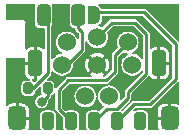
<source format=gbr>
%TF.GenerationSoftware,KiCad,Pcbnew,(6.0.1-0)*%
%TF.CreationDate,2022-07-02T14:58:06-04:00*%
%TF.ProjectId,Saturn 8pin mini DIN mod,53617475-726e-4203-9870-696e206d696e,rev?*%
%TF.SameCoordinates,Original*%
%TF.FileFunction,Copper,L1,Top*%
%TF.FilePolarity,Positive*%
%FSLAX46Y46*%
G04 Gerber Fmt 4.6, Leading zero omitted, Abs format (unit mm)*
G04 Created by KiCad (PCBNEW (6.0.1-0)) date 2022-07-02 14:58:06*
%MOMM*%
%LPD*%
G01*
G04 APERTURE LIST*
G04 Aperture macros list*
%AMRoundRect*
0 Rectangle with rounded corners*
0 $1 Rounding radius*
0 $2 $3 $4 $5 $6 $7 $8 $9 X,Y pos of 4 corners*
0 Add a 4 corners polygon primitive as box body*
4,1,4,$2,$3,$4,$5,$6,$7,$8,$9,$2,$3,0*
0 Add four circle primitives for the rounded corners*
1,1,$1+$1,$2,$3*
1,1,$1+$1,$4,$5*
1,1,$1+$1,$6,$7*
1,1,$1+$1,$8,$9*
0 Add four rect primitives between the rounded corners*
20,1,$1+$1,$2,$3,$4,$5,0*
20,1,$1+$1,$4,$5,$6,$7,0*
20,1,$1+$1,$6,$7,$8,$9,0*
20,1,$1+$1,$8,$9,$2,$3,0*%
%AMFreePoly0*
4,1,22,0.500000,-0.750000,0.000000,-0.750000,0.000000,-0.745033,-0.079941,-0.743568,-0.215256,-0.701293,-0.333266,-0.622738,-0.424486,-0.514219,-0.481581,-0.384460,-0.499164,-0.250000,-0.500000,-0.250000,-0.500000,0.250000,-0.499164,0.250000,-0.499963,0.256109,-0.478152,0.396186,-0.417904,0.524511,-0.324060,0.630769,-0.204165,0.706417,-0.067858,0.745374,0.000000,0.744959,0.000000,0.750000,
0.500000,0.750000,0.500000,-0.750000,0.500000,-0.750000,$1*%
%AMFreePoly1*
4,1,20,0.000000,0.744959,0.073905,0.744508,0.209726,0.703889,0.328688,0.626782,0.421226,0.519385,0.479903,0.390333,0.500000,0.250000,0.500000,-0.250000,0.499851,-0.262216,0.476331,-0.402017,0.414519,-0.529596,0.319384,-0.634700,0.198574,-0.708877,0.061801,-0.746166,0.000000,-0.745033,0.000000,-0.750000,-0.500000,-0.750000,-0.500000,0.750000,0.000000,0.750000,0.000000,0.744959,
0.000000,0.744959,$1*%
G04 Aperture macros list end*
%TA.AperFunction,SMDPad,CuDef*%
%ADD10RoundRect,0.250000X-0.250000X-0.500000X0.250000X-0.500000X0.250000X0.500000X-0.250000X0.500000X0*%
%TD*%
%TA.AperFunction,SMDPad,CuDef*%
%ADD11RoundRect,0.375000X-0.375000X-0.625000X0.375000X-0.625000X0.375000X0.625000X-0.375000X0.625000X0*%
%TD*%
%TA.AperFunction,ComponentPad*%
%ADD12C,1.524000*%
%TD*%
%TA.AperFunction,ComponentPad*%
%ADD13RoundRect,0.300000X-0.300000X-0.800000X0.300000X-0.800000X0.300000X0.800000X-0.300000X0.800000X0*%
%TD*%
%TA.AperFunction,SMDPad,CuDef*%
%ADD14RoundRect,0.250000X-0.325000X-0.650000X0.325000X-0.650000X0.325000X0.650000X-0.325000X0.650000X0*%
%TD*%
%TA.AperFunction,SMDPad,CuDef*%
%ADD15RoundRect,0.200000X0.200000X0.275000X-0.200000X0.275000X-0.200000X-0.275000X0.200000X-0.275000X0*%
%TD*%
%TA.AperFunction,SMDPad,CuDef*%
%ADD16FreePoly0,180.000000*%
%TD*%
%TA.AperFunction,SMDPad,CuDef*%
%ADD17FreePoly1,180.000000*%
%TD*%
%TA.AperFunction,ViaPad*%
%ADD18C,0.800000*%
%TD*%
%TA.AperFunction,Conductor*%
%ADD19C,0.250000*%
%TD*%
G04 APERTURE END LIST*
D10*
%TO.P,P1,5,R*%
%TO.N,/R*%
X146180000Y-112250000D03*
%TO.P,P1,6,G*%
%TO.N,/G*%
X148130000Y-112250000D03*
%TO.P,P1,8,CVBS*%
%TO.N,unconnected-(P1-Pad8)*%
X144230000Y-112250000D03*
%TO.P,P1,9,Luma*%
%TO.N,/Luma*%
X150080000Y-112250000D03*
%TO.P,P1,10,Chroma*%
%TO.N,unconnected-(P1-Pad10)*%
X152030000Y-112250000D03*
D11*
%TO.P,P1,11,GND_Shield*%
%TO.N,GND*%
X154530000Y-112010000D03*
X141620000Y-112000000D03*
%TD*%
D12*
%TO.P,P2,1,Audio_R*%
%TO.N,/Audio R*%
X147390000Y-110150000D03*
%TO.P,P2,2,Audio_L*%
%TO.N,/Audio L*%
X149390000Y-110150000D03*
%TO.P,P2,3,Sync*%
%TO.N,/Sync_Decoupled*%
X145410000Y-107480000D03*
%TO.P,P2,4,GND_Shield*%
%TO.N,GND*%
X148390000Y-107480000D03*
D13*
X153620000Y-107350000D03*
X143150000Y-107350000D03*
D12*
%TO.P,P2,5,+5V*%
%TO.N,/+5V*%
X151360000Y-107480000D03*
%TO.P,P2,6,B*%
%TO.N,/B*%
X145800000Y-105580000D03*
%TO.P,P2,7,G*%
%TO.N,/G*%
X148390000Y-105140000D03*
%TO.P,P2,8,R*%
%TO.N,/R*%
X150970000Y-105580000D03*
%TD*%
D14*
%TO.P,C1,1*%
%TO.N,Net-(C1-Pad1)*%
X143845000Y-103290000D03*
%TO.P,C1,2*%
%TO.N,/Sync_Decoupled*%
X146795000Y-103290000D03*
%TD*%
D15*
%TO.P,R1,1*%
%TO.N,/CSync*%
X144190000Y-109460000D03*
%TO.P,R1,2*%
%TO.N,Net-(C1-Pad1)*%
X142540000Y-109460000D03*
%TD*%
D16*
%TO.P,JP1,1,A*%
%TO.N,/Luma*%
X148140000Y-103280000D03*
D17*
%TO.P,JP1,2,B*%
%TO.N,/Sync_Decoupled*%
X146840000Y-103280000D03*
%TD*%
D18*
%TO.N,GND*%
X145860000Y-110230000D03*
%TO.N,/CSync*%
X143680000Y-110600000D03*
%TO.N,GND*%
X154550000Y-103520000D03*
X141610000Y-111990000D03*
X152350000Y-109860000D03*
X154540000Y-111980000D03*
X145320000Y-103280000D03*
%TD*%
D19*
%TO.N,/Luma*%
X150080000Y-112250000D02*
X151510000Y-110820000D01*
X151510000Y-110820000D02*
X152890000Y-110820000D01*
X152890000Y-110820000D02*
X155027338Y-108682662D01*
X155027338Y-105717338D02*
X152350000Y-103040000D01*
X155027338Y-108682662D02*
X155027338Y-105717338D01*
X152350000Y-103040000D02*
X148150000Y-103040000D01*
%TO.N,/CSync*%
X143680000Y-110600000D02*
X144190000Y-110090000D01*
X144190000Y-110090000D02*
X144190000Y-109460000D01*
%TO.N,/Sync_Decoupled*%
X146790000Y-103290000D02*
X146790000Y-104370000D01*
X145850000Y-107480000D02*
X145410000Y-107480000D01*
X146790000Y-104370000D02*
X147100000Y-104680000D01*
X147100000Y-104680000D02*
X147100000Y-106230000D01*
X147100000Y-106230000D02*
X145850000Y-107480000D01*
%TO.N,/G*%
X150083489Y-111196511D02*
X151000000Y-110280000D01*
X149183489Y-111196511D02*
X150083489Y-111196511D01*
X151000000Y-110280000D02*
X151000000Y-109781954D01*
X148130000Y-112250000D02*
X149183489Y-111196511D01*
X151000000Y-109781954D02*
X152560000Y-108221954D01*
X152560000Y-108221954D02*
X152560000Y-104890000D01*
X152560000Y-104890000D02*
X151570000Y-103900000D01*
X151570000Y-103900000D02*
X149630000Y-103900000D01*
X149630000Y-103900000D02*
X148390000Y-105140000D01*
%TO.N,/R*%
X145130000Y-111200000D02*
X145130000Y-109610000D01*
X149900000Y-108050000D02*
X149900000Y-106650000D01*
X145130000Y-109610000D02*
X145950000Y-108790000D01*
X145950000Y-108790000D02*
X149160000Y-108790000D01*
X149160000Y-108790000D02*
X149900000Y-108050000D01*
X146180000Y-112250000D02*
X145130000Y-111200000D01*
X149900000Y-106650000D02*
X150970000Y-105580000D01*
%TO.N,Net-(C1-Pad1)*%
X142559786Y-109460000D02*
X142966636Y-109460000D01*
X144220000Y-103670000D02*
X143840000Y-103290000D01*
X142966636Y-109460000D02*
X144220000Y-108206636D01*
X144220000Y-108206636D02*
X144220000Y-103670000D01*
%TD*%
%TA.AperFunction,Conductor*%
%TO.N,GND*%
G36*
X150600257Y-106425181D02*
G01*
X150683362Y-106462182D01*
X150687408Y-106463042D01*
X150687411Y-106463043D01*
X150868998Y-106501641D01*
X150869002Y-106501641D01*
X150873041Y-106502500D01*
X150915784Y-106502500D01*
X150966564Y-106520982D01*
X150993584Y-106567782D01*
X150984200Y-106621000D01*
X150947916Y-106653670D01*
X150899998Y-106675004D01*
X150899994Y-106675006D01*
X150896210Y-106676691D01*
X150892856Y-106679128D01*
X150892854Y-106679129D01*
X150876508Y-106691005D01*
X150739327Y-106790673D01*
X150736558Y-106793748D01*
X150736555Y-106793751D01*
X150676666Y-106860265D01*
X150609571Y-106934782D01*
X150512613Y-107102719D01*
X150452689Y-107287145D01*
X150452256Y-107291261D01*
X150452256Y-107291263D01*
X150432852Y-107475880D01*
X150432419Y-107480000D01*
X150432852Y-107484120D01*
X150452035Y-107666628D01*
X150452689Y-107672855D01*
X150512613Y-107857281D01*
X150609571Y-108025218D01*
X150617374Y-108033884D01*
X150736555Y-108166249D01*
X150736558Y-108166252D01*
X150739327Y-108169327D01*
X150896209Y-108283309D01*
X150899993Y-108284994D01*
X150899997Y-108284996D01*
X151069579Y-108360498D01*
X151069581Y-108360499D01*
X151073362Y-108362182D01*
X151077408Y-108363042D01*
X151077411Y-108363043D01*
X151258998Y-108401641D01*
X151259002Y-108401641D01*
X151263041Y-108402500D01*
X151456959Y-108402500D01*
X151460998Y-108401641D01*
X151461002Y-108401641D01*
X151642589Y-108363043D01*
X151642592Y-108363042D01*
X151646638Y-108362182D01*
X151650419Y-108360499D01*
X151650421Y-108360498D01*
X151820003Y-108284996D01*
X151820007Y-108284994D01*
X151823791Y-108283309D01*
X151980673Y-108169327D01*
X151983442Y-108166252D01*
X151983445Y-108166249D01*
X152102626Y-108033884D01*
X152110429Y-108025218D01*
X152127083Y-107996371D01*
X152168481Y-107961635D01*
X152222520Y-107961635D01*
X152263916Y-107996371D01*
X152274500Y-108035871D01*
X152274500Y-108070974D01*
X152256018Y-108121754D01*
X152251361Y-108126835D01*
X150834524Y-109543672D01*
X150830929Y-109546776D01*
X150826829Y-109548780D01*
X150821869Y-109554127D01*
X150794669Y-109583449D01*
X150792612Y-109585584D01*
X150779346Y-109598850D01*
X150777284Y-109601856D01*
X150775990Y-109603413D01*
X150773149Y-109606648D01*
X150754498Y-109626754D01*
X150751795Y-109633530D01*
X150749825Y-109638467D01*
X150741596Y-109653879D01*
X150734459Y-109664282D01*
X150728390Y-109689857D01*
X150728361Y-109689981D01*
X150724872Y-109701012D01*
X150715086Y-109725540D01*
X150714500Y-109731517D01*
X150714500Y-109739147D01*
X150712365Y-109757386D01*
X150709902Y-109767766D01*
X150710886Y-109774996D01*
X150710886Y-109774997D01*
X150713778Y-109796245D01*
X150714500Y-109806899D01*
X150714500Y-110129020D01*
X150696018Y-110179800D01*
X150691361Y-110184881D01*
X150416364Y-110459878D01*
X150367388Y-110482716D01*
X150315190Y-110468730D01*
X150284195Y-110424464D01*
X150285370Y-110379604D01*
X150287849Y-110371977D01*
X150297311Y-110342855D01*
X150303024Y-110288505D01*
X150317148Y-110154120D01*
X150317581Y-110150000D01*
X150311853Y-110095500D01*
X150297744Y-109961263D01*
X150297744Y-109961261D01*
X150297311Y-109957145D01*
X150237387Y-109772719D01*
X150140429Y-109604782D01*
X150094332Y-109553586D01*
X150013445Y-109463751D01*
X150013442Y-109463748D01*
X150010673Y-109460673D01*
X149853791Y-109346691D01*
X149850007Y-109345006D01*
X149850003Y-109345004D01*
X149680421Y-109269502D01*
X149680419Y-109269501D01*
X149676638Y-109267818D01*
X149672592Y-109266958D01*
X149672589Y-109266957D01*
X149491002Y-109228359D01*
X149490998Y-109228359D01*
X149486959Y-109227500D01*
X149293041Y-109227500D01*
X149289002Y-109228359D01*
X149288998Y-109228359D01*
X149107411Y-109266957D01*
X149107408Y-109266958D01*
X149103362Y-109267818D01*
X149099581Y-109269501D01*
X149099579Y-109269502D01*
X148929998Y-109345004D01*
X148929994Y-109345006D01*
X148926210Y-109346691D01*
X148922856Y-109349128D01*
X148922854Y-109349129D01*
X148881358Y-109379278D01*
X148769327Y-109460673D01*
X148766558Y-109463748D01*
X148766555Y-109463751D01*
X148685668Y-109553586D01*
X148639571Y-109604782D01*
X148542613Y-109772719D01*
X148482689Y-109957145D01*
X148482256Y-109961261D01*
X148482256Y-109961263D01*
X148468567Y-110091506D01*
X148444878Y-110140076D01*
X148424133Y-110149312D01*
X148436435Y-110152840D01*
X148466653Y-110197640D01*
X148468567Y-110208494D01*
X148476977Y-110288505D01*
X148482689Y-110342855D01*
X148542613Y-110527281D01*
X148639571Y-110695218D01*
X148642340Y-110698293D01*
X148766555Y-110836249D01*
X148766558Y-110836252D01*
X148769327Y-110839327D01*
X148907401Y-110939644D01*
X148937618Y-110984443D01*
X148931970Y-111038186D01*
X148916826Y-111059416D01*
X148623933Y-111352309D01*
X148574957Y-111375147D01*
X148532208Y-111366838D01*
X148513974Y-111357548D01*
X148513973Y-111357548D01*
X148508433Y-111354725D01*
X148502294Y-111353753D01*
X148502292Y-111353752D01*
X148460975Y-111347208D01*
X148412307Y-111339500D01*
X148130137Y-111339500D01*
X147847694Y-111339501D01*
X147844632Y-111339986D01*
X147844631Y-111339986D01*
X147757703Y-111353753D01*
X147757702Y-111353753D01*
X147751567Y-111354725D01*
X147635706Y-111413759D01*
X147543759Y-111505706D01*
X147484725Y-111621567D01*
X147469500Y-111717693D01*
X147469501Y-112782306D01*
X147469986Y-112785368D01*
X147469986Y-112785369D01*
X147483456Y-112870418D01*
X147484725Y-112878433D01*
X147487546Y-112883969D01*
X147498330Y-112905135D01*
X147504915Y-112958772D01*
X147475483Y-113004093D01*
X147427940Y-113020000D01*
X146882060Y-113020000D01*
X146831280Y-113001518D01*
X146804260Y-112954718D01*
X146811670Y-112905135D01*
X146822453Y-112883971D01*
X146822454Y-112883969D01*
X146825275Y-112878433D01*
X146826545Y-112870418D01*
X146840014Y-112785373D01*
X146840500Y-112782307D01*
X146840499Y-111717694D01*
X146825275Y-111621567D01*
X146766241Y-111505706D01*
X146674294Y-111413759D01*
X146558433Y-111354725D01*
X146552294Y-111353753D01*
X146552292Y-111353752D01*
X146510975Y-111347208D01*
X146462307Y-111339500D01*
X146180137Y-111339500D01*
X145897694Y-111339501D01*
X145894632Y-111339986D01*
X145894631Y-111339986D01*
X145807703Y-111353753D01*
X145807702Y-111353753D01*
X145801567Y-111354725D01*
X145796029Y-111357547D01*
X145796028Y-111357547D01*
X145777792Y-111366838D01*
X145724156Y-111373423D01*
X145686067Y-111352309D01*
X145438639Y-111104881D01*
X145415801Y-111055905D01*
X145415500Y-111049020D01*
X145415500Y-109760980D01*
X145433982Y-109710200D01*
X145438639Y-109705119D01*
X146045119Y-109098639D01*
X146094095Y-109075801D01*
X146100980Y-109075500D01*
X147256509Y-109075500D01*
X147307289Y-109093982D01*
X147334309Y-109140782D01*
X147324925Y-109194000D01*
X147283529Y-109228736D01*
X147272934Y-109231774D01*
X147107411Y-109266957D01*
X147107408Y-109266958D01*
X147103362Y-109267818D01*
X147099581Y-109269501D01*
X147099579Y-109269502D01*
X146929998Y-109345004D01*
X146929994Y-109345006D01*
X146926210Y-109346691D01*
X146922856Y-109349128D01*
X146922854Y-109349129D01*
X146881358Y-109379278D01*
X146769327Y-109460673D01*
X146766558Y-109463748D01*
X146766555Y-109463751D01*
X146685668Y-109553586D01*
X146639571Y-109604782D01*
X146542613Y-109772719D01*
X146482689Y-109957145D01*
X146482256Y-109961261D01*
X146482256Y-109961263D01*
X146468147Y-110095500D01*
X146462419Y-110150000D01*
X146462852Y-110154120D01*
X146476977Y-110288505D01*
X146482689Y-110342855D01*
X146542613Y-110527281D01*
X146639571Y-110695218D01*
X146642340Y-110698293D01*
X146766555Y-110836249D01*
X146766558Y-110836252D01*
X146769327Y-110839327D01*
X146926209Y-110953309D01*
X146929993Y-110954994D01*
X146929997Y-110954996D01*
X147099579Y-111030498D01*
X147099581Y-111030499D01*
X147103362Y-111032182D01*
X147107408Y-111033042D01*
X147107411Y-111033043D01*
X147288998Y-111071641D01*
X147289002Y-111071641D01*
X147293041Y-111072500D01*
X147486959Y-111072500D01*
X147490998Y-111071641D01*
X147491002Y-111071641D01*
X147672589Y-111033043D01*
X147672592Y-111033042D01*
X147676638Y-111032182D01*
X147680419Y-111030499D01*
X147680421Y-111030498D01*
X147850003Y-110954996D01*
X147850007Y-110954994D01*
X147853791Y-110953309D01*
X148010673Y-110839327D01*
X148013442Y-110836252D01*
X148013445Y-110836249D01*
X148137660Y-110698293D01*
X148140429Y-110695218D01*
X148237387Y-110527281D01*
X148297311Y-110342855D01*
X148303024Y-110288505D01*
X148311433Y-110208494D01*
X148335122Y-110159924D01*
X148355867Y-110150688D01*
X148343565Y-110147160D01*
X148313347Y-110102360D01*
X148311433Y-110091506D01*
X148297744Y-109961263D01*
X148297744Y-109961261D01*
X148297311Y-109957145D01*
X148237387Y-109772719D01*
X148140429Y-109604782D01*
X148094332Y-109553586D01*
X148013445Y-109463751D01*
X148013442Y-109463748D01*
X148010673Y-109460673D01*
X147853791Y-109346691D01*
X147850007Y-109345006D01*
X147850003Y-109345004D01*
X147680421Y-109269502D01*
X147680419Y-109269501D01*
X147676638Y-109267818D01*
X147672592Y-109266958D01*
X147672589Y-109266957D01*
X147507066Y-109231774D01*
X147461238Y-109203137D01*
X147444539Y-109151743D01*
X147464783Y-109101639D01*
X147512496Y-109076269D01*
X147523491Y-109075500D01*
X149108526Y-109075500D01*
X149113255Y-109075847D01*
X149117571Y-109077329D01*
X149164799Y-109075556D01*
X149167762Y-109075500D01*
X149186552Y-109075500D01*
X149190129Y-109074834D01*
X149192172Y-109074645D01*
X149196469Y-109074367D01*
X149216563Y-109073613D01*
X149216565Y-109073613D01*
X149223853Y-109073339D01*
X149235442Y-109068360D01*
X149252155Y-109063283D01*
X149257384Y-109062309D01*
X149257388Y-109062308D01*
X149264559Y-109060972D01*
X149287045Y-109047112D01*
X149297310Y-109041780D01*
X149299094Y-109041014D01*
X149321574Y-109031355D01*
X149326215Y-109027543D01*
X149331606Y-109022152D01*
X149346014Y-109010763D01*
X149348886Y-109008993D01*
X149348889Y-109008990D01*
X149355098Y-109005163D01*
X149372500Y-108982278D01*
X149379523Y-108974235D01*
X150065476Y-108288282D01*
X150069071Y-108285178D01*
X150073171Y-108283174D01*
X150105331Y-108248505D01*
X150107388Y-108246370D01*
X150120654Y-108233104D01*
X150122716Y-108230098D01*
X150124010Y-108228541D01*
X150126852Y-108225305D01*
X150140540Y-108210549D01*
X150145502Y-108205200D01*
X150150177Y-108193483D01*
X150158405Y-108178074D01*
X150161412Y-108173690D01*
X150161413Y-108173689D01*
X150165540Y-108167672D01*
X150171638Y-108141977D01*
X150175127Y-108130946D01*
X150182846Y-108111598D01*
X150182846Y-108111597D01*
X150184914Y-108106414D01*
X150185500Y-108100437D01*
X150185500Y-108092808D01*
X150187635Y-108074567D01*
X150188413Y-108071288D01*
X150190098Y-108064188D01*
X150186222Y-108035709D01*
X150185500Y-108025055D01*
X150185500Y-106800980D01*
X150203982Y-106750200D01*
X150208639Y-106745119D01*
X150512267Y-106441491D01*
X150561243Y-106418653D01*
X150600257Y-106425181D01*
G37*
%TD.AperFunction*%
%TA.AperFunction,Conductor*%
G36*
X143139101Y-102348482D02*
G01*
X143166121Y-102395282D01*
X143158711Y-102444865D01*
X143124725Y-102511567D01*
X143123753Y-102517706D01*
X143123752Y-102517708D01*
X143119230Y-102546259D01*
X143109500Y-102607693D01*
X143109501Y-103972306D01*
X143109986Y-103975368D01*
X143109986Y-103975369D01*
X143122532Y-104054584D01*
X143124725Y-104068433D01*
X143127546Y-104073969D01*
X143164102Y-104145714D01*
X143183759Y-104184294D01*
X143275706Y-104276241D01*
X143391567Y-104335275D01*
X143397706Y-104336247D01*
X143397708Y-104336248D01*
X143428748Y-104341164D01*
X143487693Y-104350500D01*
X143504574Y-104350500D01*
X143855500Y-104350499D01*
X143906280Y-104368981D01*
X143933300Y-104415781D01*
X143934500Y-104429499D01*
X143934500Y-106068072D01*
X143916018Y-106118852D01*
X143869218Y-106145872D01*
X143816000Y-106136488D01*
X143807736Y-106130998D01*
X143726823Y-106069581D01*
X143717530Y-106064345D01*
X143587148Y-106012723D01*
X143577389Y-106010244D01*
X143495094Y-106000286D01*
X143490352Y-106000000D01*
X143288930Y-106000000D01*
X143278259Y-106003884D01*
X143275000Y-106009528D01*
X143275000Y-108700000D01*
X143274280Y-108700000D01*
X143274279Y-108738134D01*
X143255905Y-108766973D01*
X143099724Y-108923154D01*
X143050748Y-108945992D01*
X142998550Y-108932006D01*
X142988050Y-108923203D01*
X142980671Y-108915836D01*
X142952238Y-108887453D01*
X142946375Y-108884587D01*
X142946374Y-108884586D01*
X142875566Y-108849974D01*
X142838062Y-108811069D01*
X142834340Y-108757158D01*
X142866141Y-108713467D01*
X142910260Y-108700000D01*
X143011070Y-108700000D01*
X143021741Y-108696116D01*
X143025000Y-108690472D01*
X143025000Y-107488930D01*
X143021116Y-107478259D01*
X143015472Y-107475000D01*
X142313930Y-107475000D01*
X142303259Y-107478884D01*
X142300000Y-107484528D01*
X142300000Y-108190352D01*
X142300286Y-108195094D01*
X142310244Y-108277389D01*
X142312723Y-108287148D01*
X142364345Y-108417530D01*
X142369581Y-108426823D01*
X142454184Y-108538282D01*
X142461718Y-108545816D01*
X142573177Y-108630419D01*
X142582470Y-108635655D01*
X142674388Y-108672048D01*
X142714798Y-108707926D01*
X142722692Y-108761385D01*
X142694377Y-108807412D01*
X142645306Y-108824500D01*
X142305828Y-108824500D01*
X142234974Y-108834930D01*
X142127243Y-108887824D01*
X142042453Y-108972762D01*
X141989747Y-109080585D01*
X141988862Y-109086653D01*
X141979916Y-109147978D01*
X141979500Y-109150828D01*
X141979500Y-109769172D01*
X141989930Y-109840026D01*
X142042824Y-109947757D01*
X142047445Y-109952370D01*
X142052228Y-109957145D01*
X142127762Y-110032547D01*
X142235585Y-110085253D01*
X142251674Y-110087600D01*
X142303001Y-110095088D01*
X142303006Y-110095088D01*
X142305828Y-110095500D01*
X142774172Y-110095500D01*
X142845026Y-110085070D01*
X142952757Y-110032176D01*
X143037547Y-109947238D01*
X143090253Y-109839415D01*
X143099408Y-109776660D01*
X143100088Y-109771999D01*
X143100088Y-109771994D01*
X143100500Y-109769172D01*
X143100500Y-109761459D01*
X143118982Y-109710679D01*
X143129352Y-109700417D01*
X143132851Y-109697543D01*
X143138242Y-109692152D01*
X143152650Y-109680763D01*
X143155522Y-109678993D01*
X143155525Y-109678990D01*
X143161734Y-109675163D01*
X143179136Y-109652278D01*
X143186159Y-109644235D01*
X143494639Y-109335755D01*
X143543615Y-109312917D01*
X143595813Y-109326903D01*
X143626808Y-109371169D01*
X143629500Y-109391616D01*
X143629500Y-109769172D01*
X143639930Y-109840026D01*
X143660614Y-109882154D01*
X143683626Y-109929023D01*
X143689415Y-109982751D01*
X143659314Y-110027630D01*
X143623023Y-110042164D01*
X143533680Y-110053926D01*
X143452385Y-110087600D01*
X143402121Y-110108420D01*
X143402119Y-110108421D01*
X143397332Y-110110404D01*
X143393223Y-110113557D01*
X143393221Y-110113558D01*
X143340359Y-110154120D01*
X143280246Y-110200246D01*
X143277097Y-110204350D01*
X143200199Y-110304567D01*
X143190404Y-110317332D01*
X143188421Y-110322119D01*
X143188420Y-110322121D01*
X143178200Y-110346794D01*
X143133926Y-110453680D01*
X143114663Y-110600000D01*
X143133926Y-110746320D01*
X143190404Y-110882668D01*
X143193557Y-110886777D01*
X143193558Y-110886779D01*
X143242152Y-110950108D01*
X143280246Y-110999754D01*
X143284350Y-111002903D01*
X143393220Y-111086442D01*
X143393222Y-111086443D01*
X143397331Y-111089596D01*
X143402118Y-111091579D01*
X143402120Y-111091580D01*
X143436453Y-111105801D01*
X143533680Y-111146074D01*
X143680000Y-111165337D01*
X143826320Y-111146074D01*
X143923547Y-111105801D01*
X143957880Y-111091580D01*
X143957882Y-111091579D01*
X143962669Y-111089596D01*
X143966778Y-111086443D01*
X143966780Y-111086442D01*
X144075650Y-111002903D01*
X144079754Y-110999754D01*
X144117848Y-110950108D01*
X144166442Y-110886779D01*
X144166443Y-110886777D01*
X144169596Y-110882668D01*
X144226074Y-110746320D01*
X144245337Y-110600000D01*
X144243209Y-110583834D01*
X144231625Y-110495842D01*
X144243321Y-110443084D01*
X144254088Y-110429670D01*
X144355476Y-110328282D01*
X144359071Y-110325178D01*
X144363171Y-110323174D01*
X144395331Y-110288505D01*
X144397388Y-110286370D01*
X144410654Y-110273104D01*
X144412716Y-110270098D01*
X144414010Y-110268541D01*
X144416852Y-110265305D01*
X144430540Y-110250549D01*
X144435502Y-110245200D01*
X144440175Y-110233487D01*
X144448404Y-110218075D01*
X144455541Y-110207672D01*
X144461639Y-110181973D01*
X144465129Y-110170938D01*
X144468798Y-110161742D01*
X144474914Y-110146414D01*
X144475500Y-110140437D01*
X144475500Y-110139912D01*
X144475951Y-110138840D01*
X144476777Y-110135444D01*
X144477323Y-110135577D01*
X144496369Y-110090281D01*
X144519510Y-110073050D01*
X144596893Y-110035056D01*
X144596897Y-110035053D01*
X144602757Y-110032176D01*
X144687547Y-109947238D01*
X144690412Y-109941377D01*
X144690414Y-109941374D01*
X144694526Y-109932961D01*
X144733432Y-109895457D01*
X144787343Y-109891735D01*
X144831033Y-109923537D01*
X144844500Y-109967655D01*
X144844500Y-111148526D01*
X144844153Y-111153255D01*
X144842671Y-111157571D01*
X144842945Y-111164862D01*
X144844444Y-111204798D01*
X144844500Y-111207762D01*
X144844500Y-111226552D01*
X144845166Y-111230129D01*
X144845355Y-111232172D01*
X144845633Y-111236469D01*
X144846661Y-111263853D01*
X144851640Y-111275442D01*
X144856717Y-111292155D01*
X144857691Y-111297384D01*
X144857692Y-111297388D01*
X144859028Y-111304559D01*
X144868748Y-111320328D01*
X144872888Y-111327045D01*
X144878220Y-111337310D01*
X144886916Y-111357548D01*
X144888645Y-111361573D01*
X144886776Y-111362376D01*
X144893510Y-111396010D01*
X144936968Y-111411927D01*
X144937701Y-111412484D01*
X144945765Y-111419523D01*
X145496361Y-111970119D01*
X145519199Y-112019095D01*
X145519500Y-112025980D01*
X145519501Y-112782306D01*
X145519986Y-112785368D01*
X145519986Y-112785369D01*
X145533456Y-112870418D01*
X145534725Y-112878433D01*
X145537546Y-112883969D01*
X145548330Y-112905135D01*
X145554915Y-112958772D01*
X145525483Y-113004093D01*
X145477940Y-113020000D01*
X144932060Y-113020000D01*
X144881280Y-113001518D01*
X144854260Y-112954718D01*
X144861670Y-112905135D01*
X144872453Y-112883971D01*
X144872454Y-112883969D01*
X144875275Y-112878433D01*
X144876545Y-112870418D01*
X144890014Y-112785373D01*
X144890500Y-112782307D01*
X144890499Y-111717694D01*
X144875275Y-111621567D01*
X144872455Y-111616033D01*
X144872453Y-111616026D01*
X144818782Y-111510692D01*
X144814102Y-111472579D01*
X144768314Y-111457100D01*
X144761823Y-111451288D01*
X144724294Y-111413759D01*
X144608433Y-111354725D01*
X144602294Y-111353753D01*
X144602292Y-111353752D01*
X144560975Y-111347208D01*
X144512307Y-111339500D01*
X144230137Y-111339500D01*
X143947694Y-111339501D01*
X143944632Y-111339986D01*
X143944631Y-111339986D01*
X143857703Y-111353753D01*
X143857702Y-111353753D01*
X143851567Y-111354725D01*
X143735706Y-111413759D01*
X143643759Y-111505706D01*
X143584725Y-111621567D01*
X143569500Y-111717693D01*
X143569501Y-112782306D01*
X143569986Y-112785368D01*
X143569986Y-112785369D01*
X143583456Y-112870418D01*
X143584725Y-112878433D01*
X143587546Y-112883969D01*
X143598330Y-112905135D01*
X143604915Y-112958772D01*
X143575483Y-113004093D01*
X143527940Y-113020000D01*
X142626017Y-113020000D01*
X142575237Y-113001518D01*
X142548217Y-112954718D01*
X142558018Y-112900787D01*
X142570625Y-112879469D01*
X142574541Y-112870418D01*
X142616083Y-112727430D01*
X142617528Y-112719518D01*
X142619877Y-112689672D01*
X142620000Y-112686554D01*
X142620000Y-112138930D01*
X142616116Y-112128259D01*
X142610472Y-112125000D01*
X141574000Y-112125000D01*
X141523220Y-112106518D01*
X141496200Y-112059718D01*
X141495000Y-112046000D01*
X141495000Y-111861070D01*
X141745000Y-111861070D01*
X141748884Y-111871741D01*
X141754528Y-111875000D01*
X142606070Y-111875000D01*
X142616741Y-111871116D01*
X142620000Y-111865472D01*
X142620000Y-111313447D01*
X142619877Y-111310328D01*
X142617528Y-111280482D01*
X142616083Y-111272570D01*
X142574541Y-111129582D01*
X142570627Y-111120535D01*
X142495301Y-110993165D01*
X142489257Y-110985374D01*
X142384626Y-110880743D01*
X142376835Y-110874699D01*
X142249465Y-110799373D01*
X142240418Y-110795459D01*
X142097430Y-110753917D01*
X142089518Y-110752472D01*
X142059672Y-110750123D01*
X142056553Y-110750000D01*
X141758930Y-110750000D01*
X141748259Y-110753884D01*
X141745000Y-110759528D01*
X141745000Y-111861070D01*
X141495000Y-111861070D01*
X141495000Y-110763930D01*
X141491116Y-110753259D01*
X141485472Y-110750000D01*
X141183447Y-110750000D01*
X141180328Y-110750123D01*
X141150482Y-110752472D01*
X141142570Y-110753917D01*
X140999582Y-110795459D01*
X140990535Y-110799373D01*
X140863165Y-110874699D01*
X140855374Y-110880743D01*
X140794861Y-110941256D01*
X140745885Y-110964094D01*
X140693687Y-110950108D01*
X140662692Y-110905842D01*
X140660000Y-110885395D01*
X140660000Y-106989000D01*
X140678482Y-106938220D01*
X140725282Y-106911200D01*
X140739000Y-106910000D01*
X142124954Y-106910000D01*
X142131298Y-106910399D01*
X142139347Y-106913489D01*
X142164973Y-106910524D01*
X142174051Y-106910000D01*
X142179494Y-106910000D01*
X142184123Y-106908863D01*
X142184736Y-106908789D01*
X142193331Y-106907243D01*
X142211918Y-106905092D01*
X142264487Y-106917614D01*
X142296707Y-106960997D01*
X142300000Y-106983568D01*
X142300000Y-107211070D01*
X142303884Y-107221741D01*
X142309528Y-107225000D01*
X143011070Y-107225000D01*
X143021741Y-107221116D01*
X143025000Y-107215472D01*
X143025000Y-106013930D01*
X143021116Y-106003259D01*
X143015472Y-106000000D01*
X142809648Y-106000000D01*
X142804906Y-106000286D01*
X142722611Y-106010244D01*
X142712852Y-106012723D01*
X142582470Y-106064345D01*
X142573177Y-106069581D01*
X142461718Y-106154184D01*
X142454861Y-106161041D01*
X142405885Y-106183879D01*
X142353687Y-106169893D01*
X142322692Y-106125627D01*
X142320000Y-106105180D01*
X142320000Y-103915046D01*
X142320399Y-103908702D01*
X142323489Y-103900653D01*
X142320524Y-103875027D01*
X142320000Y-103865949D01*
X142320000Y-103860506D01*
X142318863Y-103855877D01*
X142318789Y-103855264D01*
X142317243Y-103846669D01*
X142315552Y-103832056D01*
X142315552Y-103832055D01*
X142314453Y-103822560D01*
X142309263Y-103814923D01*
X142308890Y-103813711D01*
X142308239Y-103812623D01*
X142306036Y-103803654D01*
X142289980Y-103785443D01*
X142283908Y-103777615D01*
X142270265Y-103757539D01*
X142262127Y-103753176D01*
X142261234Y-103752273D01*
X142260154Y-103751611D01*
X142254047Y-103744684D01*
X142231374Y-103735980D01*
X142222372Y-103731858D01*
X142207381Y-103723820D01*
X142207379Y-103723819D01*
X142200981Y-103720389D01*
X142197902Y-103720000D01*
X142195046Y-103720000D01*
X142188702Y-103719601D01*
X142180653Y-103716511D01*
X142155027Y-103719476D01*
X142145949Y-103720000D01*
X140739000Y-103720000D01*
X140688220Y-103701518D01*
X140661200Y-103654718D01*
X140660000Y-103641000D01*
X140660000Y-102409000D01*
X140678482Y-102358220D01*
X140725282Y-102331200D01*
X140739000Y-102330000D01*
X143088321Y-102330000D01*
X143139101Y-102348482D01*
G37*
%TD.AperFunction*%
%TA.AperFunction,Conductor*%
G36*
X155303850Y-108900419D02*
G01*
X155336486Y-108943489D01*
X155340000Y-108966788D01*
X155340000Y-110777639D01*
X155321518Y-110828419D01*
X155274718Y-110855439D01*
X155220786Y-110845638D01*
X155159465Y-110809373D01*
X155150418Y-110805459D01*
X155007430Y-110763917D01*
X154999518Y-110762472D01*
X154969672Y-110760123D01*
X154966553Y-110760000D01*
X154668930Y-110760000D01*
X154658259Y-110763884D01*
X154655000Y-110769528D01*
X154655000Y-112056000D01*
X154636518Y-112106780D01*
X154589718Y-112133800D01*
X154576000Y-112135000D01*
X153543930Y-112135000D01*
X153533259Y-112138884D01*
X153530000Y-112144528D01*
X153530000Y-112696554D01*
X153530123Y-112699672D01*
X153532472Y-112729518D01*
X153533917Y-112737430D01*
X153575459Y-112880418D01*
X153579375Y-112889470D01*
X153586068Y-112900787D01*
X153596008Y-112953904D01*
X153569479Y-113000984D01*
X153518069Y-113020000D01*
X152732060Y-113020000D01*
X152681280Y-113001518D01*
X152654260Y-112954718D01*
X152661670Y-112905135D01*
X152672453Y-112883971D01*
X152672454Y-112883969D01*
X152675275Y-112878433D01*
X152676545Y-112870418D01*
X152690014Y-112785373D01*
X152690500Y-112782307D01*
X152690499Y-111871070D01*
X153530000Y-111871070D01*
X153533884Y-111881741D01*
X153539528Y-111885000D01*
X154391070Y-111885000D01*
X154401741Y-111881116D01*
X154405000Y-111875472D01*
X154405000Y-110773930D01*
X154401116Y-110763259D01*
X154395472Y-110760000D01*
X154093447Y-110760000D01*
X154090328Y-110760123D01*
X154060482Y-110762472D01*
X154052570Y-110763917D01*
X153909582Y-110805459D01*
X153900535Y-110809373D01*
X153773165Y-110884699D01*
X153765374Y-110890743D01*
X153660743Y-110995374D01*
X153654699Y-111003165D01*
X153579373Y-111130535D01*
X153575459Y-111139582D01*
X153533917Y-111282570D01*
X153532472Y-111290482D01*
X153530123Y-111320328D01*
X153530000Y-111323447D01*
X153530000Y-111871070D01*
X152690499Y-111871070D01*
X152690499Y-111717694D01*
X152675275Y-111621567D01*
X152616241Y-111505706D01*
X152524294Y-111413759D01*
X152408433Y-111354725D01*
X152402294Y-111353753D01*
X152402292Y-111353752D01*
X152360975Y-111347208D01*
X152312307Y-111339500D01*
X152030137Y-111339500D01*
X151747694Y-111339501D01*
X151744632Y-111339986D01*
X151744631Y-111339986D01*
X151657703Y-111353753D01*
X151657702Y-111353753D01*
X151651567Y-111354725D01*
X151540334Y-111411401D01*
X151486698Y-111417986D01*
X151441377Y-111388554D01*
X151425577Y-111336876D01*
X151448608Y-111285150D01*
X151605119Y-111128639D01*
X151654095Y-111105801D01*
X151660980Y-111105500D01*
X152838526Y-111105500D01*
X152843255Y-111105847D01*
X152847571Y-111107329D01*
X152894799Y-111105556D01*
X152897762Y-111105500D01*
X152916552Y-111105500D01*
X152920129Y-111104834D01*
X152922172Y-111104645D01*
X152926469Y-111104367D01*
X152946563Y-111103613D01*
X152946565Y-111103613D01*
X152953853Y-111103339D01*
X152965442Y-111098360D01*
X152982155Y-111093283D01*
X152987384Y-111092309D01*
X152987388Y-111092308D01*
X152994559Y-111090972D01*
X153017045Y-111077112D01*
X153027310Y-111071780D01*
X153029094Y-111071014D01*
X153051574Y-111061355D01*
X153056215Y-111057543D01*
X153061606Y-111052152D01*
X153076014Y-111040763D01*
X153078886Y-111038993D01*
X153078889Y-111038990D01*
X153085098Y-111035163D01*
X153102500Y-111012278D01*
X153109523Y-111004235D01*
X155192814Y-108920944D01*
X155196409Y-108917840D01*
X155200509Y-108915836D01*
X155205469Y-108910489D01*
X155211323Y-108906141D01*
X155212773Y-108908093D01*
X155251163Y-108888403D01*
X155303850Y-108900419D01*
G37*
%TD.AperFunction*%
%TA.AperFunction,Conductor*%
G36*
X152249800Y-103343982D02*
G01*
X152254881Y-103348639D01*
X154718699Y-105812457D01*
X154741537Y-105861433D01*
X154741838Y-105868318D01*
X154741838Y-108531682D01*
X154723356Y-108582462D01*
X154718699Y-108587543D01*
X152794881Y-110511361D01*
X152745905Y-110534199D01*
X152739020Y-110534500D01*
X151561473Y-110534500D01*
X151556744Y-110534153D01*
X151552428Y-110532671D01*
X151505201Y-110534444D01*
X151502237Y-110534500D01*
X151483448Y-110534500D01*
X151479871Y-110535166D01*
X151477828Y-110535355D01*
X151473531Y-110535633D01*
X151453437Y-110536387D01*
X151453435Y-110536387D01*
X151446147Y-110536661D01*
X151434558Y-110541640D01*
X151417845Y-110546717D01*
X151412616Y-110547691D01*
X151412612Y-110547692D01*
X151405441Y-110549028D01*
X151386354Y-110560793D01*
X151382955Y-110562888D01*
X151372690Y-110568220D01*
X151348426Y-110578645D01*
X151343785Y-110582457D01*
X151338394Y-110587848D01*
X151323986Y-110599237D01*
X151321114Y-110601007D01*
X151321111Y-110601010D01*
X151314902Y-110604837D01*
X151310486Y-110610645D01*
X151297500Y-110627722D01*
X151290477Y-110635765D01*
X150573933Y-111352309D01*
X150524957Y-111375147D01*
X150482205Y-111366837D01*
X150469592Y-111360410D01*
X150432738Y-111320887D01*
X150429911Y-111266922D01*
X150449598Y-111234160D01*
X151165476Y-110518282D01*
X151169071Y-110515178D01*
X151173171Y-110513174D01*
X151205331Y-110478505D01*
X151207388Y-110476370D01*
X151220654Y-110463104D01*
X151222716Y-110460098D01*
X151224010Y-110458541D01*
X151226852Y-110455305D01*
X151232799Y-110448894D01*
X151245502Y-110435200D01*
X151248206Y-110428423D01*
X151250177Y-110423483D01*
X151258405Y-110408074D01*
X151261412Y-110403690D01*
X151261413Y-110403689D01*
X151265540Y-110397672D01*
X151271638Y-110371977D01*
X151275127Y-110360946D01*
X151282846Y-110341598D01*
X151282846Y-110341597D01*
X151284914Y-110336414D01*
X151285500Y-110330437D01*
X151285500Y-110322808D01*
X151287635Y-110304567D01*
X151288413Y-110301288D01*
X151290098Y-110294188D01*
X151287229Y-110273104D01*
X151286222Y-110265709D01*
X151285500Y-110255055D01*
X151285500Y-109932934D01*
X151303982Y-109882154D01*
X151308639Y-109877073D01*
X152725476Y-108460236D01*
X152729071Y-108457132D01*
X152733171Y-108455128D01*
X152738130Y-108449782D01*
X152738134Y-108449779D01*
X152739541Y-108448262D01*
X152741592Y-108447210D01*
X152743985Y-108445433D01*
X152744281Y-108445831D01*
X152787627Y-108423605D01*
X152840312Y-108435626D01*
X152860382Y-108454227D01*
X152924184Y-108538282D01*
X152931718Y-108545816D01*
X153043177Y-108630419D01*
X153052470Y-108635655D01*
X153182852Y-108687277D01*
X153192611Y-108689756D01*
X153274906Y-108699714D01*
X153279648Y-108700000D01*
X153481070Y-108700000D01*
X153491741Y-108696116D01*
X153495000Y-108690472D01*
X153495000Y-108686070D01*
X153745000Y-108686070D01*
X153748884Y-108696741D01*
X153754528Y-108700000D01*
X153960352Y-108700000D01*
X153965094Y-108699714D01*
X154047389Y-108689756D01*
X154057148Y-108687277D01*
X154187530Y-108635655D01*
X154196823Y-108630419D01*
X154308282Y-108545816D01*
X154315816Y-108538282D01*
X154400419Y-108426823D01*
X154405655Y-108417530D01*
X154457277Y-108287148D01*
X154459756Y-108277389D01*
X154469714Y-108195094D01*
X154470000Y-108190352D01*
X154470000Y-107488930D01*
X154466116Y-107478259D01*
X154460472Y-107475000D01*
X153758930Y-107475000D01*
X153748259Y-107478884D01*
X153745000Y-107484528D01*
X153745000Y-108686070D01*
X153495000Y-108686070D01*
X153495000Y-107211070D01*
X153745000Y-107211070D01*
X153748884Y-107221741D01*
X153754528Y-107225000D01*
X154456070Y-107225000D01*
X154466741Y-107221116D01*
X154470000Y-107215472D01*
X154470000Y-106509648D01*
X154469714Y-106504906D01*
X154459756Y-106422611D01*
X154457277Y-106412852D01*
X154405655Y-106282470D01*
X154400419Y-106273177D01*
X154315816Y-106161718D01*
X154308282Y-106154184D01*
X154196823Y-106069581D01*
X154187530Y-106064345D01*
X154057148Y-106012723D01*
X154047389Y-106010244D01*
X153965094Y-106000286D01*
X153960352Y-106000000D01*
X153758930Y-106000000D01*
X153748259Y-106003884D01*
X153745000Y-106009528D01*
X153745000Y-107211070D01*
X153495000Y-107211070D01*
X153495000Y-106013930D01*
X153491116Y-106003259D01*
X153485472Y-106000000D01*
X153279648Y-106000000D01*
X153274906Y-106000286D01*
X153192611Y-106010244D01*
X153182852Y-106012723D01*
X153052470Y-106064345D01*
X153043172Y-106069584D01*
X152972264Y-106123407D01*
X152920642Y-106139388D01*
X152870825Y-106118447D01*
X152846123Y-106070384D01*
X152845500Y-106060482D01*
X152845500Y-104941473D01*
X152845847Y-104936744D01*
X152847329Y-104932428D01*
X152845556Y-104885200D01*
X152845500Y-104882237D01*
X152845500Y-104863448D01*
X152844834Y-104859871D01*
X152844645Y-104857828D01*
X152844367Y-104853531D01*
X152843613Y-104833437D01*
X152843613Y-104833435D01*
X152843339Y-104826147D01*
X152838360Y-104814558D01*
X152833283Y-104797845D01*
X152832309Y-104792616D01*
X152832308Y-104792612D01*
X152830972Y-104785441D01*
X152817112Y-104762955D01*
X152811780Y-104752690D01*
X152803555Y-104733547D01*
X152801355Y-104728426D01*
X152797543Y-104723785D01*
X152792152Y-104718394D01*
X152780763Y-104703986D01*
X152778993Y-104701114D01*
X152778990Y-104701111D01*
X152775163Y-104694902D01*
X152752279Y-104677500D01*
X152744235Y-104670477D01*
X151808282Y-103734524D01*
X151805178Y-103730929D01*
X151803174Y-103726829D01*
X151768505Y-103694669D01*
X151766370Y-103692612D01*
X151753104Y-103679346D01*
X151750098Y-103677284D01*
X151748541Y-103675990D01*
X151745305Y-103673148D01*
X151725200Y-103654498D01*
X151713487Y-103649825D01*
X151698075Y-103641596D01*
X151687672Y-103634459D01*
X151661973Y-103628361D01*
X151650942Y-103624872D01*
X151626414Y-103615086D01*
X151620437Y-103614500D01*
X151612807Y-103614500D01*
X151594568Y-103612365D01*
X151584188Y-103609902D01*
X151576958Y-103610886D01*
X151576957Y-103610886D01*
X151555709Y-103613778D01*
X151545055Y-103614500D01*
X149681474Y-103614500D01*
X149676745Y-103614153D01*
X149672429Y-103612671D01*
X149625202Y-103614444D01*
X149622238Y-103614500D01*
X149603448Y-103614500D01*
X149599871Y-103615166D01*
X149597828Y-103615355D01*
X149593531Y-103615633D01*
X149573437Y-103616387D01*
X149573435Y-103616387D01*
X149566147Y-103616661D01*
X149554558Y-103621640D01*
X149537845Y-103626717D01*
X149532616Y-103627691D01*
X149532612Y-103627692D01*
X149525441Y-103629028D01*
X149509935Y-103638586D01*
X149502955Y-103642888D01*
X149492690Y-103648220D01*
X149468426Y-103658645D01*
X149463785Y-103662457D01*
X149458394Y-103667848D01*
X149443986Y-103679237D01*
X149441114Y-103681007D01*
X149441111Y-103681010D01*
X149434902Y-103684837D01*
X149430486Y-103690645D01*
X149417500Y-103707722D01*
X149410477Y-103715765D01*
X148847733Y-104278509D01*
X148798757Y-104301347D01*
X148759743Y-104294819D01*
X148676638Y-104257818D01*
X148672592Y-104256958D01*
X148672589Y-104256957D01*
X148532787Y-104227241D01*
X148486959Y-104198604D01*
X148470260Y-104147210D01*
X148490504Y-104097105D01*
X148507057Y-104083154D01*
X148552337Y-104054584D01*
X148554716Y-104053083D01*
X148590050Y-104023011D01*
X148684858Y-103915660D01*
X148710331Y-103876882D01*
X148771200Y-103747237D01*
X148784766Y-103702865D01*
X148787573Y-103684837D01*
X148806369Y-103564117D01*
X148806369Y-103564113D01*
X148806800Y-103561347D01*
X148807367Y-103514953D01*
X148804311Y-103491582D01*
X148803644Y-103481339D01*
X148803644Y-103404500D01*
X148822126Y-103353720D01*
X148868926Y-103326700D01*
X148882644Y-103325500D01*
X152199020Y-103325500D01*
X152249800Y-103343982D01*
G37*
%TD.AperFunction*%
%TA.AperFunction,Conductor*%
G36*
X151469800Y-104203982D02*
G01*
X151474881Y-104208639D01*
X152251361Y-104985119D01*
X152274199Y-105034095D01*
X152274500Y-105040980D01*
X152274500Y-106924129D01*
X152256018Y-106974909D01*
X152209218Y-107001929D01*
X152156000Y-106992545D01*
X152127084Y-106963629D01*
X152112499Y-106938367D01*
X152112498Y-106938366D01*
X152110429Y-106934782D01*
X152043334Y-106860265D01*
X151983445Y-106793751D01*
X151983442Y-106793748D01*
X151980673Y-106790673D01*
X151823791Y-106676691D01*
X151820007Y-106675006D01*
X151820003Y-106675004D01*
X151650421Y-106599502D01*
X151650419Y-106599501D01*
X151646638Y-106597818D01*
X151642592Y-106596958D01*
X151642589Y-106596957D01*
X151461002Y-106558359D01*
X151460998Y-106558359D01*
X151456959Y-106557500D01*
X151414217Y-106557500D01*
X151363437Y-106539018D01*
X151336417Y-106492218D01*
X151345801Y-106439000D01*
X151382085Y-106406330D01*
X151430003Y-106384996D01*
X151430007Y-106384994D01*
X151433791Y-106383309D01*
X151590673Y-106269327D01*
X151593442Y-106266252D01*
X151593445Y-106266249D01*
X151711728Y-106134881D01*
X151720429Y-106125218D01*
X151817387Y-105957281D01*
X151877311Y-105772855D01*
X151878127Y-105765097D01*
X151897148Y-105584120D01*
X151897581Y-105580000D01*
X151884414Y-105454722D01*
X151877744Y-105391263D01*
X151877744Y-105391261D01*
X151877311Y-105387145D01*
X151817387Y-105202719D01*
X151720429Y-105034782D01*
X151675712Y-104985119D01*
X151593445Y-104893751D01*
X151593442Y-104893748D01*
X151590673Y-104890673D01*
X151433791Y-104776691D01*
X151430007Y-104775006D01*
X151430003Y-104775004D01*
X151260421Y-104699502D01*
X151260419Y-104699501D01*
X151256638Y-104697818D01*
X151252592Y-104696958D01*
X151252589Y-104696957D01*
X151071002Y-104658359D01*
X151070998Y-104658359D01*
X151066959Y-104657500D01*
X150873041Y-104657500D01*
X150869002Y-104658359D01*
X150868998Y-104658359D01*
X150687411Y-104696957D01*
X150687408Y-104696958D01*
X150683362Y-104697818D01*
X150679581Y-104699501D01*
X150679579Y-104699502D01*
X150509998Y-104775004D01*
X150509994Y-104775006D01*
X150506210Y-104776691D01*
X150502856Y-104779128D01*
X150502854Y-104779129D01*
X150431487Y-104830980D01*
X150349327Y-104890673D01*
X150346558Y-104893748D01*
X150346555Y-104893751D01*
X150264288Y-104985119D01*
X150219571Y-105034782D01*
X150122613Y-105202719D01*
X150062689Y-105387145D01*
X150062256Y-105391261D01*
X150062256Y-105391263D01*
X150055586Y-105454722D01*
X150042419Y-105580000D01*
X150042852Y-105584120D01*
X150061874Y-105765097D01*
X150062689Y-105772855D01*
X150083075Y-105835596D01*
X150122613Y-105957281D01*
X150121603Y-105957609D01*
X150125065Y-106007174D01*
X150104988Y-106041254D01*
X149734524Y-106411718D01*
X149730929Y-106414822D01*
X149726829Y-106416826D01*
X149721869Y-106422173D01*
X149694669Y-106451495D01*
X149692612Y-106453630D01*
X149679346Y-106466896D01*
X149677284Y-106469902D01*
X149675990Y-106471459D01*
X149673149Y-106474694D01*
X149654498Y-106494800D01*
X149651795Y-106501576D01*
X149649825Y-106506513D01*
X149641596Y-106521925D01*
X149634459Y-106532328D01*
X149628486Y-106557500D01*
X149628361Y-106558027D01*
X149624872Y-106569058D01*
X149615086Y-106593586D01*
X149614500Y-106599563D01*
X149614500Y-106607193D01*
X149612365Y-106625432D01*
X149609902Y-106635812D01*
X149610886Y-106643042D01*
X149610886Y-106643043D01*
X149613778Y-106664291D01*
X149614500Y-106674945D01*
X149614500Y-107899020D01*
X149596018Y-107949800D01*
X149591361Y-107954881D01*
X149064881Y-108481361D01*
X149015905Y-108504199D01*
X149009020Y-108504500D01*
X148938051Y-108504500D01*
X148887271Y-108486018D01*
X148860251Y-108439218D01*
X148869635Y-108386000D01*
X148902432Y-108354986D01*
X148931436Y-108340335D01*
X148937919Y-108336222D01*
X149000781Y-108287108D01*
X149006797Y-108277479D01*
X149006159Y-108272936D01*
X148399851Y-107666628D01*
X148389557Y-107661828D01*
X148383263Y-107663514D01*
X147777416Y-108269361D01*
X147772616Y-108279655D01*
X147773954Y-108284650D01*
X147806698Y-108312518D01*
X147813017Y-108316910D01*
X147883925Y-108356539D01*
X147919235Y-108397447D01*
X147919990Y-108451481D01*
X147885835Y-108493358D01*
X147845384Y-108504500D01*
X146001473Y-108504500D01*
X145996744Y-108504153D01*
X145992428Y-108502671D01*
X145945201Y-108504444D01*
X145942237Y-108504500D01*
X145923448Y-108504500D01*
X145919871Y-108505166D01*
X145917828Y-108505355D01*
X145913531Y-108505633D01*
X145893437Y-108506387D01*
X145893435Y-108506387D01*
X145886147Y-108506661D01*
X145874558Y-108511640D01*
X145857845Y-108516717D01*
X145852616Y-108517691D01*
X145852612Y-108517692D01*
X145845441Y-108519028D01*
X145826354Y-108530793D01*
X145822955Y-108532888D01*
X145812690Y-108538220D01*
X145788426Y-108548645D01*
X145783785Y-108552457D01*
X145778394Y-108557848D01*
X145763986Y-108569237D01*
X145761114Y-108571007D01*
X145761111Y-108571010D01*
X145754902Y-108574837D01*
X145750486Y-108580645D01*
X145737500Y-108597722D01*
X145730477Y-108605765D01*
X144964524Y-109371718D01*
X144960929Y-109374822D01*
X144956829Y-109376826D01*
X144951869Y-109382173D01*
X144924669Y-109411495D01*
X144922612Y-109413630D01*
X144909346Y-109426896D01*
X144907284Y-109429902D01*
X144905990Y-109431459D01*
X144903165Y-109434676D01*
X144887417Y-109451654D01*
X144839333Y-109476312D01*
X144786647Y-109464293D01*
X144754013Y-109421221D01*
X144750500Y-109397926D01*
X144750500Y-109150828D01*
X144740070Y-109079974D01*
X144687176Y-108972243D01*
X144681712Y-108966788D01*
X144606857Y-108892064D01*
X144602238Y-108887453D01*
X144494415Y-108834747D01*
X144468225Y-108830926D01*
X144426999Y-108824912D01*
X144426994Y-108824912D01*
X144424172Y-108824500D01*
X144196616Y-108824500D01*
X144145836Y-108806018D01*
X144118816Y-108759218D01*
X144128200Y-108706000D01*
X144140755Y-108689639D01*
X144385476Y-108444918D01*
X144389071Y-108441814D01*
X144393171Y-108439810D01*
X144425331Y-108405141D01*
X144427388Y-108403006D01*
X144440654Y-108389740D01*
X144442716Y-108386734D01*
X144444010Y-108385177D01*
X144446852Y-108381941D01*
X144460540Y-108367185D01*
X144465502Y-108361836D01*
X144470177Y-108350119D01*
X144478405Y-108334710D01*
X144481412Y-108330326D01*
X144481413Y-108330325D01*
X144485540Y-108324308D01*
X144491638Y-108298613D01*
X144495127Y-108287582D01*
X144502846Y-108268234D01*
X144502846Y-108268233D01*
X144504914Y-108263050D01*
X144505500Y-108257073D01*
X144505500Y-108249444D01*
X144507635Y-108231203D01*
X144508413Y-108227924D01*
X144510098Y-108220824D01*
X144506222Y-108192345D01*
X144505500Y-108181691D01*
X144505500Y-108053191D01*
X144523982Y-108002411D01*
X144570782Y-107975391D01*
X144624000Y-107984775D01*
X144652916Y-108013692D01*
X144659571Y-108025218D01*
X144667374Y-108033884D01*
X144786555Y-108166249D01*
X144786558Y-108166252D01*
X144789327Y-108169327D01*
X144946209Y-108283309D01*
X144949993Y-108284994D01*
X144949997Y-108284996D01*
X145119579Y-108360498D01*
X145119581Y-108360499D01*
X145123362Y-108362182D01*
X145127408Y-108363042D01*
X145127411Y-108363043D01*
X145308998Y-108401641D01*
X145309002Y-108401641D01*
X145313041Y-108402500D01*
X145506959Y-108402500D01*
X145510998Y-108401641D01*
X145511002Y-108401641D01*
X145692589Y-108363043D01*
X145692592Y-108363042D01*
X145696638Y-108362182D01*
X145700419Y-108360499D01*
X145700421Y-108360498D01*
X145870003Y-108284996D01*
X145870007Y-108284994D01*
X145873791Y-108283309D01*
X146030673Y-108169327D01*
X146033442Y-108166252D01*
X146033445Y-108166249D01*
X146152626Y-108033884D01*
X146160429Y-108025218D01*
X146257387Y-107857281D01*
X146317311Y-107672855D01*
X146317966Y-107666628D01*
X146337148Y-107484120D01*
X146337581Y-107480000D01*
X146336493Y-107469648D01*
X147373525Y-107469648D01*
X147389486Y-107659724D01*
X147390872Y-107667278D01*
X147443449Y-107850635D01*
X147446277Y-107857777D01*
X147533467Y-108027430D01*
X147537626Y-108033884D01*
X147582789Y-108090866D01*
X147592460Y-108096815D01*
X147597092Y-108096131D01*
X148203372Y-107489851D01*
X148207759Y-107480443D01*
X148571828Y-107480443D01*
X148573514Y-107486737D01*
X149179596Y-108092819D01*
X149189890Y-108097619D01*
X149194985Y-108096254D01*
X149218427Y-108069097D01*
X149222860Y-108062813D01*
X149317074Y-107896968D01*
X149320202Y-107889942D01*
X149380407Y-107708956D01*
X149382110Y-107701463D01*
X149406224Y-107510588D01*
X149406532Y-107506178D01*
X149406866Y-107482214D01*
X149406681Y-107477800D01*
X149387907Y-107286328D01*
X149386413Y-107278784D01*
X149331285Y-107096191D01*
X149328355Y-107089080D01*
X149238806Y-106920664D01*
X149234556Y-106914268D01*
X149197519Y-106868857D01*
X149187765Y-106863042D01*
X149182956Y-106863821D01*
X148576628Y-107470149D01*
X148571828Y-107480443D01*
X148207759Y-107480443D01*
X148208172Y-107479557D01*
X148206486Y-107473263D01*
X147600839Y-106867616D01*
X147590545Y-106862816D01*
X147585649Y-106864128D01*
X147553431Y-106902524D01*
X147549081Y-106908877D01*
X147457196Y-107076015D01*
X147454165Y-107083087D01*
X147396493Y-107264894D01*
X147394895Y-107272410D01*
X147373632Y-107461968D01*
X147373525Y-107469648D01*
X146336493Y-107469648D01*
X146333548Y-107441623D01*
X146346620Y-107389190D01*
X146356253Y-107377505D01*
X147051391Y-106682367D01*
X147773130Y-106682367D01*
X147773860Y-106687083D01*
X148380149Y-107293372D01*
X148390443Y-107298172D01*
X148396737Y-107296486D01*
X149002218Y-106691005D01*
X149007018Y-106680711D01*
X149005732Y-106675912D01*
X148961622Y-106639419D01*
X148955239Y-106635114D01*
X148787459Y-106544396D01*
X148780377Y-106541419D01*
X148598170Y-106485017D01*
X148590629Y-106483469D01*
X148400942Y-106463532D01*
X148393252Y-106463478D01*
X148203302Y-106480765D01*
X148195746Y-106482206D01*
X148012773Y-106536058D01*
X148005636Y-106538942D01*
X147836613Y-106627305D01*
X147830170Y-106631521D01*
X147779015Y-106672650D01*
X147773130Y-106682367D01*
X147051391Y-106682367D01*
X147265476Y-106468282D01*
X147269071Y-106465178D01*
X147273171Y-106463174D01*
X147305331Y-106428505D01*
X147307388Y-106426370D01*
X147320654Y-106413104D01*
X147322716Y-106410098D01*
X147324010Y-106408541D01*
X147326852Y-106405305D01*
X147340540Y-106390549D01*
X147345502Y-106385200D01*
X147350175Y-106373487D01*
X147358404Y-106358075D01*
X147365541Y-106347672D01*
X147371639Y-106321973D01*
X147375129Y-106310938D01*
X147384914Y-106286414D01*
X147385500Y-106280437D01*
X147385500Y-106272807D01*
X147387635Y-106254566D01*
X147388413Y-106251287D01*
X147390098Y-106244188D01*
X147386222Y-106215709D01*
X147385500Y-106205055D01*
X147385500Y-105532522D01*
X147403982Y-105481742D01*
X147450782Y-105454722D01*
X147504000Y-105464106D01*
X147539632Y-105508107D01*
X147542613Y-105517281D01*
X147639571Y-105685218D01*
X147662815Y-105711033D01*
X147766555Y-105826249D01*
X147766558Y-105826252D01*
X147769327Y-105829327D01*
X147926209Y-105943309D01*
X147929993Y-105944994D01*
X147929997Y-105944996D01*
X148099579Y-106020498D01*
X148099581Y-106020499D01*
X148103362Y-106022182D01*
X148107408Y-106023042D01*
X148107411Y-106023043D01*
X148288998Y-106061641D01*
X148289002Y-106061641D01*
X148293041Y-106062500D01*
X148486959Y-106062500D01*
X148490998Y-106061641D01*
X148491002Y-106061641D01*
X148672589Y-106023043D01*
X148672592Y-106023042D01*
X148676638Y-106022182D01*
X148680419Y-106020499D01*
X148680421Y-106020498D01*
X148850003Y-105944996D01*
X148850007Y-105944994D01*
X148853791Y-105943309D01*
X149010673Y-105829327D01*
X149013442Y-105826252D01*
X149013445Y-105826249D01*
X149117185Y-105711033D01*
X149140429Y-105685218D01*
X149237387Y-105517281D01*
X149297311Y-105332855D01*
X149317581Y-105140000D01*
X149297311Y-104947145D01*
X149237387Y-104762719D01*
X149238397Y-104762391D01*
X149234935Y-104712826D01*
X149255012Y-104678746D01*
X149725119Y-104208639D01*
X149774095Y-104185801D01*
X149780980Y-104185500D01*
X151419020Y-104185500D01*
X151469800Y-104203982D01*
G37*
%TD.AperFunction*%
%TA.AperFunction,Conductor*%
G36*
X146089101Y-102348482D02*
G01*
X146116121Y-102395282D01*
X146108711Y-102444865D01*
X146074725Y-102511567D01*
X146073753Y-102517706D01*
X146073752Y-102517708D01*
X146069230Y-102546259D01*
X146059500Y-102607693D01*
X146059501Y-103972306D01*
X146059986Y-103975368D01*
X146059986Y-103975369D01*
X146072532Y-104054584D01*
X146074725Y-104068433D01*
X146077546Y-104073969D01*
X146114102Y-104145714D01*
X146133759Y-104184294D01*
X146225706Y-104276241D01*
X146341567Y-104335275D01*
X146347706Y-104336247D01*
X146347708Y-104336248D01*
X146437693Y-104350500D01*
X146437503Y-104351702D01*
X146482798Y-104372358D01*
X146503693Y-104419694D01*
X146504784Y-104419448D01*
X146506036Y-104425002D01*
X146506356Y-104425728D01*
X146506661Y-104433853D01*
X146511640Y-104445442D01*
X146516717Y-104462155D01*
X146517691Y-104467384D01*
X146517692Y-104467388D01*
X146519028Y-104474559D01*
X146529232Y-104491114D01*
X146532888Y-104497045D01*
X146538220Y-104507310D01*
X146548645Y-104531574D01*
X146552457Y-104536215D01*
X146557848Y-104541606D01*
X146569237Y-104556014D01*
X146571007Y-104558886D01*
X146571010Y-104558889D01*
X146574837Y-104565098D01*
X146588439Y-104575441D01*
X146597722Y-104582500D01*
X146605765Y-104589523D01*
X146791361Y-104775119D01*
X146814199Y-104824095D01*
X146814500Y-104830980D01*
X146814500Y-105218255D01*
X146796018Y-105269035D01*
X146749218Y-105296055D01*
X146696000Y-105286671D01*
X146660367Y-105242668D01*
X146652435Y-105218255D01*
X146647387Y-105202719D01*
X146550429Y-105034782D01*
X146505712Y-104985119D01*
X146423445Y-104893751D01*
X146423442Y-104893748D01*
X146420673Y-104890673D01*
X146263791Y-104776691D01*
X146260007Y-104775006D01*
X146260003Y-104775004D01*
X146090421Y-104699502D01*
X146090419Y-104699501D01*
X146086638Y-104697818D01*
X146082592Y-104696958D01*
X146082589Y-104696957D01*
X145901002Y-104658359D01*
X145900998Y-104658359D01*
X145896959Y-104657500D01*
X145703041Y-104657500D01*
X145699002Y-104658359D01*
X145698998Y-104658359D01*
X145517411Y-104696957D01*
X145517408Y-104696958D01*
X145513362Y-104697818D01*
X145509581Y-104699501D01*
X145509579Y-104699502D01*
X145339998Y-104775004D01*
X145339994Y-104775006D01*
X145336210Y-104776691D01*
X145332856Y-104779128D01*
X145332854Y-104779129D01*
X145261487Y-104830980D01*
X145179327Y-104890673D01*
X145176558Y-104893748D01*
X145176555Y-104893751D01*
X145094288Y-104985119D01*
X145049571Y-105034782D01*
X144952613Y-105202719D01*
X144892689Y-105387145D01*
X144892256Y-105391261D01*
X144892256Y-105391263D01*
X144885586Y-105454722D01*
X144872419Y-105580000D01*
X144872852Y-105584120D01*
X144891874Y-105765097D01*
X144892689Y-105772855D01*
X144952613Y-105957281D01*
X145049571Y-106125218D01*
X145058272Y-106134881D01*
X145176555Y-106266249D01*
X145176558Y-106266252D01*
X145179327Y-106269327D01*
X145336209Y-106383309D01*
X145339993Y-106384994D01*
X145339997Y-106384996D01*
X145387915Y-106406330D01*
X145426788Y-106443869D01*
X145432436Y-106497612D01*
X145402218Y-106542412D01*
X145355783Y-106557500D01*
X145313041Y-106557500D01*
X145309002Y-106558359D01*
X145308998Y-106558359D01*
X145127411Y-106596957D01*
X145127408Y-106596958D01*
X145123362Y-106597818D01*
X145119581Y-106599501D01*
X145119579Y-106599502D01*
X144949998Y-106675004D01*
X144949994Y-106675006D01*
X144946210Y-106676691D01*
X144942856Y-106679128D01*
X144942854Y-106679129D01*
X144926508Y-106691005D01*
X144789327Y-106790673D01*
X144786558Y-106793748D01*
X144786555Y-106793751D01*
X144726666Y-106860265D01*
X144659571Y-106934782D01*
X144657502Y-106938366D01*
X144657499Y-106938370D01*
X144652916Y-106946308D01*
X144611520Y-106981045D01*
X144557481Y-106981045D01*
X144516084Y-106946310D01*
X144505500Y-106906809D01*
X144505500Y-104204715D01*
X144514110Y-104168850D01*
X144516552Y-104164057D01*
X144565275Y-104068433D01*
X144567469Y-104054584D01*
X144575724Y-104002461D01*
X144580500Y-103972307D01*
X144580499Y-102607694D01*
X144565275Y-102511567D01*
X144531289Y-102444865D01*
X144524704Y-102391229D01*
X144554136Y-102345908D01*
X144601679Y-102330000D01*
X146038321Y-102330000D01*
X146089101Y-102348482D01*
G37*
%TD.AperFunction*%
%TA.AperFunction,Conductor*%
G36*
X155311780Y-102348482D02*
G01*
X155338800Y-102395282D01*
X155340000Y-102409000D01*
X155340000Y-105435520D01*
X155321518Y-105486300D01*
X155274718Y-105513320D01*
X155221500Y-105503936D01*
X155205139Y-105491381D01*
X152588282Y-102874524D01*
X152585178Y-102870929D01*
X152583174Y-102866829D01*
X152548505Y-102834669D01*
X152546370Y-102832612D01*
X152533104Y-102819346D01*
X152530098Y-102817284D01*
X152528541Y-102815990D01*
X152525305Y-102813148D01*
X152510549Y-102799460D01*
X152505200Y-102794498D01*
X152493487Y-102789825D01*
X152478075Y-102781596D01*
X152467672Y-102774459D01*
X152441973Y-102768361D01*
X152430942Y-102764872D01*
X152406414Y-102755086D01*
X152400437Y-102754500D01*
X152392807Y-102754500D01*
X152374568Y-102752365D01*
X152364188Y-102749902D01*
X152356958Y-102750886D01*
X152356957Y-102750886D01*
X152335709Y-102753778D01*
X152325055Y-102754500D01*
X148795417Y-102754500D01*
X148744637Y-102736018D01*
X148723108Y-102707317D01*
X148719772Y-102699736D01*
X148719767Y-102699727D01*
X148718636Y-102697156D01*
X148694118Y-102657767D01*
X148601961Y-102548132D01*
X148593869Y-102540897D01*
X148569463Y-102519075D01*
X148569458Y-102519071D01*
X148567372Y-102517206D01*
X148565043Y-102515656D01*
X148565037Y-102515651D01*
X148503611Y-102474763D01*
X148471581Y-102431239D01*
X148475021Y-102377309D01*
X148512322Y-102338208D01*
X148547386Y-102330000D01*
X155261000Y-102330000D01*
X155311780Y-102348482D01*
G37*
%TD.AperFunction*%
%TD*%
M02*

</source>
